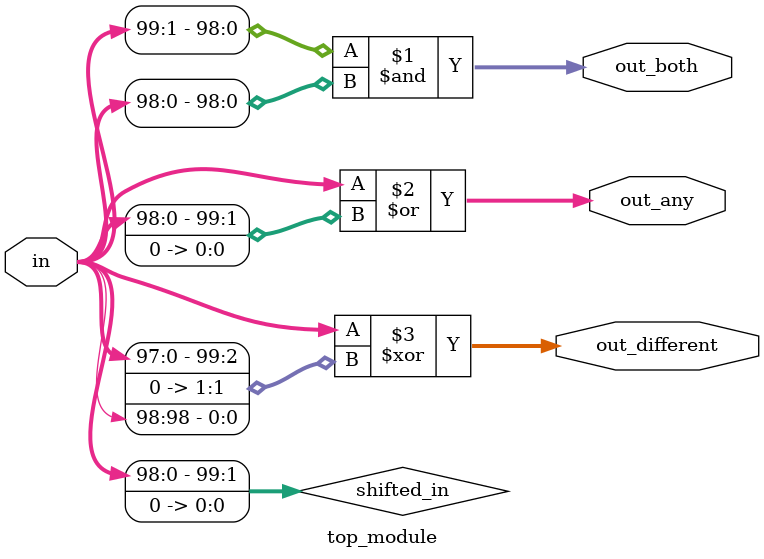
<source format=sv>
module top_module (
	input [99:0] in,
	output [98:0] out_both,
	output [99:0] out_any,
	output [99:0] out_different
);

wire [99:0] shifted_in;

// Shift the input signal by one bit to the left (equivalent to shifting by one bit position)
assign shifted_in = {in[98:0], 1'b0};

// Generate out_both signal (99 bits)
assign out_both = in[99:1] & shifted_in[99:1];

// Generate out_any signal (100 bits)
assign out_any = in | shifted_in;

// Generate out_different signal (100 bits)
assign out_different = in ^ {shifted_in[98:0], shifted_in[99]};

endmodule

</source>
